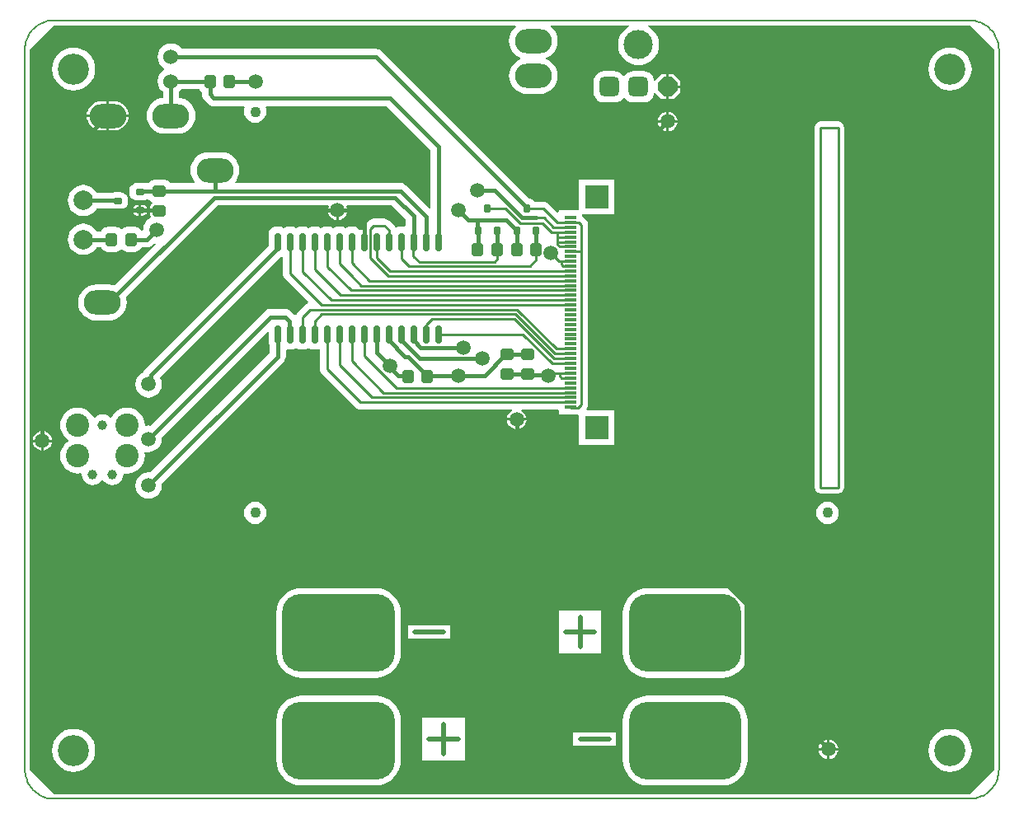
<source format=gbl>
%FSTAX23Y23*%
%MOIN*%
%SFA1B1*%

%IPPOS*%
%AMD14*
4,1,8,0.026600,-0.016200,0.026600,0.016200,0.021200,0.021700,-0.021200,0.021700,-0.026600,0.016200,-0.026600,-0.016200,-0.021200,-0.021700,0.021200,-0.021700,0.026600,-0.016200,0.0*
1,1,0.010827,0.021200,-0.016200*
1,1,0.010827,0.021200,0.016200*
1,1,0.010827,-0.021200,0.016200*
1,1,0.010827,-0.021200,-0.016200*
%
%AMD16*
4,1,8,-0.017700,0.005900,-0.017700,-0.005900,-0.011800,-0.011800,0.011800,-0.011800,0.017700,-0.005900,0.017700,0.005900,0.011800,0.011800,-0.011800,0.011800,-0.017700,0.005900,0.0*
1,1,0.011811,-0.011800,0.005900*
1,1,0.011811,-0.011800,-0.005900*
1,1,0.011811,0.011800,-0.005900*
1,1,0.011811,0.011800,0.005900*
%
%AMD24*
4,1,8,0.020000,0.040000,-0.020000,0.040000,-0.040000,0.020000,-0.040000,-0.020000,-0.020000,-0.040000,0.020000,-0.040000,0.040000,-0.020000,0.040000,0.020000,0.020000,0.040000,0.0*
1,1,0.040000,0.020000,0.020000*
1,1,0.040000,-0.020000,0.020000*
1,1,0.040000,-0.020000,-0.020000*
1,1,0.040000,0.020000,-0.020000*
%
%AMD25*
4,1,8,-0.016500,0.040000,-0.040000,0.016500,-0.040000,-0.016500,-0.016500,-0.040000,0.016500,-0.040000,0.040000,-0.016500,0.040000,0.016500,0.016500,0.040000,-0.016500,0.040000,0.0*
%
%AMD27*
4,1,8,0.078700,0.157500,-0.078700,0.157500,-0.157500,0.078700,-0.157500,-0.078700,-0.078700,-0.157500,0.078700,-0.157500,0.157500,-0.078700,0.157500,0.078700,0.078700,0.157500,0.0*
1,1,0.157480,0.078700,0.078700*
1,1,0.157480,-0.078700,0.078700*
1,1,0.157480,-0.078700,-0.078700*
1,1,0.157480,0.078700,-0.078700*
%
%AMD34*
4,1,8,0.016200,0.026600,-0.016200,0.026600,-0.021700,0.021200,-0.021700,-0.021200,-0.016200,-0.026600,0.016200,-0.026600,0.021700,-0.021200,0.021700,0.021200,0.016200,0.026600,0.0*
1,1,0.010827,0.016200,0.021200*
1,1,0.010827,-0.016200,0.021200*
1,1,0.010827,-0.016200,-0.021200*
1,1,0.010827,0.016200,-0.021200*
%
%AMD35*
4,1,8,0.005900,0.017700,-0.005900,0.017700,-0.011800,0.011800,-0.011800,-0.011800,-0.005900,-0.017700,0.005900,-0.017700,0.011800,-0.011800,0.011800,0.011800,0.005900,0.017700,0.0*
1,1,0.011811,0.005900,0.011800*
1,1,0.011811,-0.005900,0.011800*
1,1,0.011811,-0.005900,-0.011800*
1,1,0.011811,0.005900,-0.011800*
%
%AMD36*
4,1,8,-0.005900,-0.037400,0.005900,-0.037400,0.011800,-0.031500,0.011800,0.031500,0.005900,0.037400,-0.005900,0.037400,-0.011800,0.031500,-0.011800,-0.031500,-0.005900,-0.037400,0.0*
1,1,0.011811,-0.005900,-0.031500*
1,1,0.011811,0.005900,-0.031500*
1,1,0.011811,0.005900,0.031500*
1,1,0.011811,-0.005900,0.031500*
%
%ADD10C,0.005905*%
%ADD13C,0.010000*%
G04~CAMADD=14~8~0.0~0.0~433.1~531.5~54.1~0.0~15~0.0~0.0~0.0~0.0~0~0.0~0.0~0.0~0.0~0~0.0~0.0~0.0~270.0~532.0~434.0*
%ADD14D14*%
%ADD15C,0.078740*%
G04~CAMADD=16~8~0.0~0.0~236.2~354.3~59.1~0.0~15~0.0~0.0~0.0~0.0~0~0.0~0.0~0.0~0.0~0~0.0~0.0~0.0~90.0~354.0~236.0*
%ADD16D16*%
%ADD19C,0.017716*%
%ADD21C,0.009843*%
%ADD23O,0.149606X0.098425*%
G04~CAMADD=24~8~0.0~0.0~800.0~800.0~200.0~0.0~15~0.0~0.0~0.0~0.0~0~0.0~0.0~0.0~0.0~0~0.0~0.0~0.0~0.0~800.0~800.0*
%ADD24D24*%
G04~CAMADD=25~4~0.0~0.0~800.0~800.0~0.0~234.3~0~0.0~0.0~0.0~0.0~0~0.0~0.0~0.0~0.0~0~0.0~0.0~0.0~45.0~800.0~800.0*
%ADD25D25*%
%ADD26C,0.118110*%
G04~CAMADD=27~8~0.0~0.0~3149.6~3149.6~787.4~0.0~15~0.0~0.0~0.0~0.0~0~0.0~0.0~0.0~0.0~0~0.0~0.0~0.0~0.0~3149.6~3149.6*
%ADD27D27*%
%ADD28C,0.043307*%
%ADD29C,0.094488*%
%ADD30C,0.039370*%
%ADD31C,0.125984*%
%ADD32C,0.060000*%
%ADD33C,0.059055*%
G04~CAMADD=34~8~0.0~0.0~433.1~531.5~54.1~0.0~15~0.0~0.0~0.0~0.0~0~0.0~0.0~0.0~0.0~0~0.0~0.0~0.0~0.0~433.1~531.5*
%ADD34D34*%
G04~CAMADD=35~8~0.0~0.0~236.2~354.3~59.1~0.0~15~0.0~0.0~0.0~0.0~0~0.0~0.0~0.0~0.0~0~0.0~0.0~0.0~0.0~236.2~354.3*
%ADD35D35*%
G04~CAMADD=36~8~0.0~0.0~236.2~748.0~59.1~0.0~15~0.0~0.0~0.0~0.0~0~0.0~0.0~0.0~0.0~0~0.0~0.0~0.0~180.0~236.0~748.0*
%ADD36D36*%
%ADD37R,0.047244X0.011811*%
%ADD38R,0.094488X0.094488*%
%ADD39C,0.019685*%
%LNpongboy-1*%
%LPD*%
G36*
X03917Y03031D02*
Y00118D01*
X03818Y00019*
X00118*
X00019Y00118*
Y03031*
X00118Y03129*
X01983*
X01985Y03124*
X01977Y03118*
X01968Y03107*
X01961Y03094*
X01957Y03081*
X01956Y03066*
X01957Y03052*
X01961Y03038*
X01968Y03026*
X01977Y03015*
X01988Y03006*
X02001Y02999*
X02003Y02998*
Y02993*
X02001Y02992*
X01988Y02986*
X01977Y02976*
X01968Y02965*
X01961Y02953*
X01957Y02939*
X01956Y02925*
X01957Y0291*
X01961Y02897*
X01968Y02884*
X01977Y02873*
X01988Y02864*
X02001Y02857*
X02015Y02853*
X02029Y02852*
X0208*
X02094Y02853*
X02108Y02857*
X02121Y02864*
X02132Y02873*
X02141Y02884*
X02148Y02897*
X02152Y0291*
X02153Y02925*
X02152Y02939*
X02148Y02953*
X02141Y02965*
X02132Y02976*
X02121Y02986*
X02108Y02992*
X02106Y02993*
Y02998*
X02108Y02999*
X02121Y03006*
X02132Y03015*
X02141Y03026*
X02148Y03038*
X02152Y03052*
X02153Y03066*
X02152Y03081*
X02148Y03094*
X02141Y03107*
X02132Y03118*
X02124Y03124*
X02126Y03129*
X02441*
X02442Y03124*
X02434Y0312*
X02421Y03109*
X02411Y03097*
X02403Y03082*
X02398Y03067*
X02397Y03051*
X02398Y03034*
X02403Y03019*
X02411Y03005*
X02421Y02992*
X02434Y02982*
X02448Y02974*
X02464Y02969*
X0248Y02968*
X02496Y02969*
X02512Y02974*
X02526Y02982*
X02539Y02992*
X02549Y03005*
X02557Y03019*
X02561Y03034*
X02563Y03051*
X02561Y03067*
X02557Y03082*
X02549Y03097*
X02539Y03109*
X02526Y0312*
X02517Y03124*
X02518Y03129*
X03818*
X03917Y03031*
G37*
%LNpongboy-2*%
%LPC*%
G36*
X025Y02945D02*
X0246D01*
X02448Y02943*
X02438Y02939*
X02429Y02932*
X02424Y02925*
X02418*
X02413Y02932*
X02404Y02939*
X02393Y02943*
X02382Y02945*
X02342*
X0233Y02943*
X0232Y02939*
X02311Y02932*
X02304Y02923*
X02299Y02912*
X02298Y02901*
Y02861*
X02299Y02849*
X02304Y02839*
X02311Y02829*
X0232Y02823*
X0233Y02818*
X02342Y02817*
X02382*
X02393Y02818*
X02404Y02823*
X02413Y02829*
X02418Y02836*
X02424*
X02429Y02829*
X02438Y02823*
X02448Y02818*
X0246Y02817*
X025*
X02511Y02818*
X02522Y02823*
X02531Y02829*
X02538Y02839*
X02542Y02849*
X02543Y02856*
X02548Y02856*
X02573Y02831*
X02593*
Y02881*
Y0293*
X02573*
X02548Y02906*
X02543Y02906*
X02542Y02912*
X02538Y02923*
X02531Y02932*
X02522Y02939*
X02511Y02943*
X025Y02945*
G37*
G36*
X02623Y0293D02*
X02603D01*
Y02886*
X02648*
Y02906*
X02623Y0293*
G37*
G36*
X0374Y03039D02*
X03723Y03038D01*
X03706Y03033*
X03691Y03025*
X03678Y03014*
X03667Y03001*
X03659Y02986*
X03654Y02969*
X03653Y02952*
X03654Y02935*
X03659Y02919*
X03667Y02904*
X03678Y02891*
X03691Y0288*
X03706Y02872*
X03723Y02867*
X0374Y02865*
X03757Y02867*
X03773Y02872*
X03788Y0288*
X03801Y02891*
X03812Y02904*
X0382Y02919*
X03825Y02935*
X03827Y02952*
X03825Y02969*
X0382Y02986*
X03812Y03001*
X03801Y03014*
X03788Y03025*
X03773Y03033*
X03757Y03038*
X0374Y03039*
G37*
G36*
X00196D02*
X00179Y03038D01*
X00163Y03033*
X00148Y03025*
X00135Y03014*
X00124Y03001*
X00116Y02986*
X00111Y02969*
X00109Y02952*
X00111Y02935*
X00116Y02919*
X00124Y02904*
X00135Y02891*
X00148Y0288*
X00163Y02872*
X00179Y02867*
X00196Y02865*
X00213Y02867*
X0023Y02872*
X00245Y0288*
X00258Y02891*
X00269Y02904*
X00277Y02919*
X00282Y02935*
X00283Y02952*
X00282Y02969*
X00277Y02986*
X00269Y03001*
X00258Y03014*
X00245Y03025*
X0023Y03033*
X00213Y03038*
X00196Y03039*
G37*
G36*
X02648Y02876D02*
X02603D01*
Y02831*
X02623*
X02648Y02856*
Y02876*
G37*
G36*
X0036Y02822D02*
X00339D01*
Y02768*
X00419*
X00418Y02775*
X00415Y02786*
X00409Y02796*
X00402Y02805*
X00393Y02812*
X00382Y02818*
X00371Y02821*
X0036Y02822*
G37*
G36*
X00329D02*
X00309D01*
X00297Y02821*
X00286Y02818*
X00276Y02812*
X00267Y02805*
X00259Y02796*
X00254Y02786*
X0025Y02775*
X0025Y02768*
X00329*
Y02822*
G37*
G36*
X02603Y02779D02*
Y02745D01*
X02637*
X02636Y0275*
X02632Y0276*
X02626Y02768*
X02618Y02774*
X02608Y02778*
X02603Y02779*
G37*
G36*
X02593D02*
X02588Y02778D01*
X02578Y02774*
X0257Y02768*
X02564Y0276*
X0256Y0275*
X02559Y02745*
X02593*
Y02779*
G37*
G36*
X00419Y02758D02*
X00339D01*
Y02704*
X0036*
X00371Y02705*
X00382Y02708*
X00393Y02714*
X00402Y02721*
X00409Y0273*
X00415Y0274*
X00418Y02752*
X00419Y02758*
G37*
G36*
X00329D02*
X0025D01*
X0025Y02752*
X00254Y0274*
X00259Y0273*
X00267Y02721*
X00276Y02714*
X00286Y02708*
X00297Y02705*
X00309Y02704*
X00329*
Y02758*
G37*
G36*
X02637Y02735D02*
X02603D01*
Y02701*
X02608Y02701*
X02618Y02705*
X02626Y02712*
X02632Y0272*
X02636Y02729*
X02637Y02735*
G37*
G36*
X02593D02*
X02559D01*
X0256Y02729*
X02564Y0272*
X0257Y02712*
X02578Y02705*
X02588Y02701*
X02593Y02701*
Y02735*
G37*
G36*
X0059Y03056D02*
X00576Y03054D01*
X00563Y03048*
X00552Y0304*
X00543Y03029*
X00538Y03015*
X00536Y03001*
X00538Y02987*
X00543Y02974*
X00552Y02963*
X00562Y02955*
X00563Y02952*
X00562Y02949*
X00552Y02941*
X00543Y0293*
X00538Y02917*
X00536Y02903*
X00538Y02889*
X00543Y02876*
X00552Y02865*
X00557Y02861*
Y02836*
X0055Y02835*
X00536Y02831*
X00524Y02824*
X00513Y02815*
X00504Y02804*
X00497Y02791*
X00493Y02778*
X00491Y02763*
X00493Y02749*
X00497Y02735*
X00504Y02723*
X00513Y02712*
X00524Y02702*
X00536Y02696*
X0055Y02692*
X00564Y0269*
X00616*
X0063Y02692*
X00644Y02696*
X00656Y02702*
X00667Y02712*
X00676Y02723*
X00683Y02735*
X00687Y02749*
X00689Y02763*
X00687Y02778*
X00683Y02791*
X00676Y02804*
X00667Y02815*
X00656Y02824*
X00644Y02831*
X0063Y02835*
X00623Y02836*
Y02861*
X00628Y02865*
X00633Y0287*
X00705*
X00706Y02867*
X00711Y02861*
X00715Y02858*
Y0285*
X00716Y02841*
X00719Y02834*
X00724Y02827*
X0074Y02811*
X00747Y02806*
X00755Y02803*
X00763Y02801*
X00886*
X00889Y02797*
X00886Y02791*
X00885Y02779*
X00886Y02768*
X00891Y02757*
X00898Y02747*
X00908Y0274*
X00919Y02735*
X00931Y02734*
X00942Y02735*
X00953Y0274*
X00963Y02747*
X0097Y02757*
X00975Y02768*
X00976Y02779*
X00975Y02791*
X00972Y02797*
X00975Y02801*
X0146*
X01638Y02624*
Y02389*
X01634Y02388*
X0154Y02481*
X01533Y02487*
X01525Y0249*
X01517Y02491*
X00851*
X00849Y02496*
X00854Y02502*
X0086Y02515*
X00865Y02529*
X00866Y02543*
X00865Y02557*
X0086Y02571*
X00854Y02583*
X00845Y02595*
X00833Y02604*
X00821Y0261*
X00807Y02615*
X00793Y02616*
X00742*
X00727Y02615*
X00714Y0261*
X00701Y02604*
X0069Y02595*
X00681Y02583*
X00674Y02571*
X0067Y02557*
X00668Y02543*
X0067Y02529*
X00674Y02515*
X00681Y02502*
X00686Y02496*
X00684Y02491*
X00588*
X00585Y02495*
X00579Y025*
X00572Y02503*
X00564Y02504*
X00522*
X00514Y02503*
X00507Y025*
X00501Y02495*
X00497Y0249*
X00486*
X00484Y02491*
X00476Y02492*
X00452*
X00445Y02491*
X00437Y02488*
X00431Y02483*
X00426Y02477*
X00423Y0247*
X00422Y02462*
Y0245*
X00423Y02443*
X00426Y02435*
X00431Y02429*
X00437Y02424*
X00445Y02422*
X00452Y02421*
X00476*
X00484Y02422*
X00491Y02424*
X00498*
X00501Y02421*
X00507Y02417*
X00513Y02414*
X00514Y0241*
X00514Y02409*
X00511Y02407*
X00507Y02402*
X00506Y02396*
Y02384*
X00543*
Y02375*
X00506*
Y02363*
X00507Y02357*
X00508Y02356*
X00506Y0235*
X00504Y02349*
X00493Y02341*
X00485Y02329*
X00479Y02317*
X00477Y02303*
X00473Y02299*
X00472Y02299*
X0047Y023*
X00466Y02305*
X0046Y0231*
X00452Y02313*
X00445Y02314*
X00412*
X00405Y02313*
X00398Y0231*
X00393Y02306*
X00389Y02305*
X00386Y02306*
X00381Y0231*
X00374Y02313*
X00366Y02314*
X00334*
X00326Y02313*
X00319Y0231*
X00313Y02305*
X00308Y02299*
X00307Y02296*
X0029*
X00288Y02298*
X0028Y02308*
X00271Y02316*
X0026Y02322*
X00248Y02325*
X00236Y02327*
X00223Y02325*
X00211Y02322*
X00201Y02316*
X00191Y02308*
X00183Y02298*
X00177Y02288*
X00174Y02276*
X00172Y02263*
X00174Y02251*
X00177Y02239*
X00183Y02228*
X00191Y02219*
X00201Y02211*
X00211Y02205*
X00223Y02201*
X00236Y022*
X00248Y02201*
X0026Y02205*
X00271Y02211*
X0028Y02219*
X00288Y02228*
X0029Y02231*
X00307*
X00308Y02227*
X00313Y02221*
X00319Y02217*
X00326Y02214*
X00334Y02213*
X00366*
X00374Y02214*
X00381Y02217*
X00386Y02221*
X00389Y02221*
X00393Y02221*
X00398Y02217*
X00405Y02214*
X00412Y02213*
X00445*
X00452Y02214*
X0046Y02217*
X00466Y02221*
X0047Y02227*
X00471Y02231*
X00491*
X005Y02232*
X00507Y02235*
X00514Y0224*
X00523Y02249*
X00526Y02248*
X00528Y02243*
X00362Y02077*
X00353Y02079*
X00339Y02081*
X00287*
X00273Y02079*
X00259Y02075*
X00247Y02068*
X00236Y02059*
X00227Y02048*
X0022Y02035*
X00216Y02022*
X00214Y02007*
X00216Y01993*
X0022Y01979*
X00227Y01967*
X00236Y01956*
X00247Y01947*
X00259Y0194*
X00273Y01936*
X00287Y01934*
X00339*
X00353Y01936*
X00367Y0194*
X00379Y01947*
X0039Y01956*
X004Y01967*
X00406Y01979*
X0041Y01993*
X00412Y02007*
X0041Y02022*
X00408Y0203*
X00777Y024*
X01224*
X01227Y02396*
X01225Y02392*
X01224Y02386*
X01302*
X01302Y02392*
X013Y02396*
X01303Y024*
X01483*
X01538Y02344*
Y02317*
X01533Y02314*
X01527Y02315*
X01515*
X01507Y02314*
X015Y02311*
X01497Y02312*
X01496Y02315*
X01491Y02321*
X01473Y02339*
X01467Y02343*
X0146Y02346*
X01453Y02347*
X01409*
X01401Y02346*
X01395Y02343*
X01389Y02339*
X01376Y02326*
X01371Y0232*
X01369Y02313*
X01368Y02306*
Y02301*
X01365*
X01359Y023*
X01357Y02299*
X01353Y023*
X01348Y02306*
X01342Y02311*
X01335Y02314*
X01327Y02315*
X01315*
X01307Y02314*
X013Y02311*
X01296Y02308*
X01292Y02311*
X01285Y02314*
X01277Y02315*
X01265*
X01257Y02314*
X0125Y02311*
X01246Y02308*
X01242Y02311*
X01235Y02314*
X01227Y02315*
X01215*
X01207Y02314*
X012Y02311*
X01196Y02308*
X01192Y02311*
X01185Y02314*
X01177Y02315*
X01165*
X01157Y02314*
X0115Y02311*
X01146Y02308*
X01142Y02311*
X01135Y02314*
X01127Y02315*
X01115*
X01107Y02314*
X011Y02311*
X01096Y02308*
X01092Y02311*
X01085Y02314*
X01077Y02315*
X01065*
X01057Y02314*
X0105Y02311*
X01046Y02308*
X01042Y02311*
X01035Y02314*
X01027Y02315*
X01015*
X01007Y02314*
X01Y02311*
X00994Y02306*
X00989Y023*
X00986Y02293*
X00985Y02285*
Y02238*
X00484Y01737*
X00479Y01731*
X00477Y01725*
X00473Y01723*
X00462Y01715*
X00453Y01703*
X00448Y01691*
X00446Y01677*
X00448Y01663*
X00453Y0165*
X00462Y01639*
X00473Y0163*
X00486Y01625*
X005Y01623*
X00513Y01625*
X00526Y0163*
X00537Y01639*
X00546Y0165*
X00551Y01663*
X00553Y01677*
X00551Y01691*
X00546Y01703*
X00545Y01705*
X01032Y02193*
X01035Y02193*
X01037Y02194*
X01042Y02191*
Y02125*
X01043Y02118*
X01046Y02111*
X01051Y02105*
X01145Y0201*
X01145Y0201*
X01143Y02005*
X01137Y02003*
X01131Y01998*
X01101Y01969*
X01097Y01963*
X01095Y01958*
X0109Y01956*
X01089Y01957*
X01074Y01971*
X01067Y01977*
X01059Y0198*
X01051Y01981*
X00992*
X00983Y0198*
X00975Y01977*
X00968Y01971*
X00506Y01509*
X005Y0151*
X00489Y01508*
X00486Y01511*
X00484Y01512*
X00484Y01513*
X00483Y01526*
X00479Y01539*
X00472Y01551*
X00463Y01562*
X00453Y01571*
X0044Y01577*
X00427Y01582*
X00413Y01583*
X00399Y01582*
X00386Y01577*
X00374Y01571*
X00363Y01562*
X00354Y01551*
X0035Y01543*
X00344Y01543*
X00344Y01543*
X00335Y0155*
X00324Y01554*
X00313Y01555*
X00302Y01554*
X00291Y0155*
X00282Y01543*
X00282Y01543*
X00277Y01543*
X00272Y01551*
X00263Y01562*
X00253Y01571*
X0024Y01577*
X00227Y01582*
X00213Y01583*
X00199Y01582*
X00186Y01577*
X00174Y01571*
X00163Y01562*
X00154Y01551*
X00147Y01539*
X00143Y01526*
X00142Y01512*
X00143Y01498*
X00147Y01484*
X00154Y01472*
X00163Y01461*
X00174Y01452*
X00175Y01452*
Y01447*
X00174Y01446*
X00163Y01437*
X00154Y01426*
X00147Y01414*
X00143Y01401*
X00142Y01387*
X00143Y01373*
X00147Y01359*
X00154Y01347*
X00163Y01336*
X00174Y01327*
X00186Y01321*
X00199Y01317*
X00213Y01315*
X00225Y01317*
X0023Y01313*
X00229Y01312*
X00231Y013*
X00235Y0129*
X00242Y01281*
X00251Y01274*
X00262Y0127*
X00273Y01268*
X00284Y0127*
X00295Y01274*
X00304Y01281*
X0031Y01289*
X00313Y01289*
X00313*
X00316Y01289*
X00322Y01281*
X00331Y01274*
X00342Y0127*
X00353Y01268*
X00364Y0127*
X00375Y01274*
X00384Y01281*
X00391Y0129*
X00395Y013*
X00397Y01312*
X00397Y01313*
X00401Y01317*
X00413Y01315*
X00427Y01317*
X0044Y01321*
X00453Y01327*
X00463Y01336*
X00472Y01347*
X00479Y01359*
X00483Y01373*
X00484Y01387*
X00483Y014*
X00484Y01401*
X00487Y01404*
X005Y01403*
X00513Y01404*
X00526Y0141*
X00537Y01418*
X00546Y01429*
X00551Y01442*
X00553Y01456*
X00552Y01463*
X00981Y01891*
X00985Y01889*
Y01848*
X00986Y0184*
X00988Y01836*
Y01802*
X00506Y0132*
X005Y01321*
X00486Y01319*
X00473Y01314*
X00462Y01305*
X00453Y01294*
X00448Y01281*
X00446Y01267*
X00448Y01253*
X00453Y0124*
X00462Y01229*
X00473Y01221*
X00486Y01215*
X005Y01214*
X00513Y01215*
X00526Y01221*
X00537Y01229*
X00546Y0124*
X00551Y01253*
X00553Y01267*
X00552Y01274*
X01044Y01766*
X01049Y01772*
X01053Y0178*
X01054Y01789*
Y01816*
X01059Y01819*
X01065Y01818*
X01077*
X01085Y01819*
X01092Y01822*
X01096Y01825*
X011Y01822*
X01107Y01819*
X01115Y01818*
X01127*
X01135Y01819*
X01142Y01822*
X01146Y01825*
X0115Y01822*
X01157Y01819*
X01165Y01818*
X01177*
X01185Y01819*
X01187Y0182*
X01192Y01817*
Y01739*
X01193Y01731*
X01196Y01724*
X01201Y01718*
X01335Y01583*
X01341Y01579*
X01348Y01576*
X01356Y01575*
X01969*
X0197Y0157*
X01968Y01569*
X0196Y01563*
X01953Y01555*
X01949Y01545*
X01949Y0154*
X02027*
X02026Y01545*
X02022Y01555*
X02016Y01563*
X02008Y01569*
X02006Y0157*
X02007Y01575*
X02152*
X02157Y0157*
Y01555*
X022*
X02204Y01554*
X02234*
X02234*
X02235Y01554*
X0224Y0155*
Y01431*
X02381*
Y01572*
X02271*
X02269Y01577*
X02272Y01582*
X02275Y01589*
X02276Y01596*
X02276*
Y02216*
X02276*
X02276*
Y02322*
X02276*
X02275Y0233*
X02272Y02337*
X02268Y02343*
X02258Y02353*
X02252Y02357*
X02251Y02357*
Y02364*
X02381*
Y02506*
X0224*
Y02381*
X02157*
Y02374*
X02152Y02372*
X02116Y02408*
X0211Y02412*
X02103Y02415*
X02096Y02416*
Y02416*
X02057*
X02054Y0242*
X02048Y02425*
X02041Y02428*
X02038Y02428*
X01442Y03025*
X01435Y0303*
X01427Y03033*
X01419Y03034*
X00633*
X00628Y0304*
X00617Y03048*
X00604Y03054*
X0059Y03056*
G37*
G36*
X00476Y02403D02*
X00469D01*
Y02386*
X00492*
Y02387*
X00491Y02393*
X00487Y02399*
X00482Y02402*
X00476Y02403*
G37*
G36*
X00459D02*
X00452D01*
X00446Y02402*
X00441Y02399*
X00437Y02393*
X00436Y02387*
Y02386*
X00459*
Y02403*
G37*
G36*
X00236Y02484D02*
X00223Y02483D01*
X00211Y02479*
X00201Y02473*
X00191Y02466*
X00183Y02456*
X00177Y02445*
X00174Y02433*
X00172Y02421*
X00174Y02408*
X00177Y02397*
X00183Y02386*
X00191Y02376*
X00201Y02368*
X00211Y02362*
X00223Y02359*
X00236Y02357*
X00248Y02359*
X0026Y02362*
X00271Y02368*
X0028Y02376*
X00288Y02386*
X00289Y02387*
X00347*
X00354Y02384*
X00362Y02383*
X00385*
X00393Y02384*
X004Y02387*
X00406Y02392*
X00411Y02398*
X00414Y02405*
X00415Y02413*
Y02425*
X00414Y02432*
X00411Y0244*
X00406Y02446*
X004Y0245*
X00393Y02453*
X00385Y02454*
X00362*
X00354Y02453*
X00352Y02453*
X0029*
X00288Y02456*
X0028Y02466*
X00271Y02473*
X0026Y02479*
X00248Y02483*
X00236Y02484*
G37*
G36*
X00492Y02376D02*
X00469D01*
Y02359*
X00476*
X00482Y02361*
X00487Y02364*
X00491Y02369*
X00492Y02375*
Y02376*
G37*
G36*
X00459D02*
X00436D01*
Y02375*
X00437Y02369*
X00441Y02364*
X00446Y02361*
X00452Y02359*
X00459*
Y02376*
G37*
G36*
X01302D02*
X01268D01*
Y02342*
X01274Y02343*
X01283Y02347*
X01291Y02353*
X01298Y02362*
X01302Y02371*
X01302Y02376*
G37*
G36*
X01258D02*
X01224D01*
X01225Y02371*
X01229Y02362*
X01235Y02353*
X01243Y02347*
X01253Y02343*
X01258Y02342*
Y02376*
G37*
G36*
X02027Y0153D02*
X01993D01*
Y01496*
X01998Y01497*
X02008Y01501*
X02016Y01507*
X02022Y01515*
X02026Y01525*
X02027Y0153*
G37*
G36*
X01983D02*
X01949D01*
X01949Y01525*
X01953Y01515*
X0196Y01507*
X01968Y01501*
X01977Y01497*
X01983Y01496*
Y0153*
G37*
G36*
X00075Y01487D02*
Y01453D01*
X00109*
X00109Y01459*
X00105Y01468*
X00098Y01476*
X0009Y01483*
X00081Y01487*
X00075Y01487*
G37*
G36*
X00065D02*
X0006Y01487D01*
X00051Y01483*
X00042Y01476*
X00036Y01468*
X00032Y01459*
X00031Y01453*
X00065*
Y01487*
G37*
G36*
X00109Y01443D02*
X00075D01*
Y01409*
X00081Y0141*
X0009Y01414*
X00098Y0142*
X00105Y01428*
X00109Y01438*
X00109Y01443*
G37*
G36*
X00065D02*
X00031D01*
X00032Y01438*
X00036Y01428*
X00042Y0142*
X00051Y01414*
X0006Y0141*
X00065Y01409*
Y01443*
G37*
G36*
X03287Y0274D02*
X03216D01*
X03207Y02738*
X03199Y02733*
X03194Y02725*
X03192Y02716*
Y01259*
X03194Y0125*
X03199Y01242*
X03207Y01237*
X03216Y01235*
X03287*
X03296Y01237*
X03304Y01242*
X03309Y0125*
X03311Y01259*
X03311*
Y02716*
X03309Y02725*
X03304Y02733*
X03296Y02738*
X03287Y0274*
G37*
G36*
X03244Y01202D02*
X03232Y01201D01*
X03221Y01196*
X03212Y01189*
X03204Y01179*
X032Y01168*
X03198Y01157*
X032Y01145*
X03204Y01134*
X03212Y01124*
X03221Y01117*
X03232Y01112*
X03244Y01111*
X03256Y01112*
X03267Y01117*
X03276Y01124*
X03284Y01134*
X03288Y01145*
X0329Y01157*
X03288Y01168*
X03284Y01179*
X03276Y01189*
X03267Y01196*
X03256Y01201*
X03244Y01202*
G37*
G36*
X00931D02*
X00919Y01201D01*
X00908Y01196*
X00898Y01189*
X00891Y01179*
X00886Y01168*
X00885Y01157*
X00886Y01145*
X00891Y01134*
X00898Y01124*
X00908Y01117*
X00919Y01112*
X00931Y01111*
X00942Y01112*
X00953Y01117*
X00963Y01124*
X0097Y01134*
X00975Y01145*
X00976Y01157*
X00975Y01168*
X0097Y01179*
X00963Y01189*
X00953Y01196*
X00942Y01201*
X00931Y01202*
G37*
G36*
X0172Y00702D02*
X01547D01*
Y00647*
X0172*
Y00702*
G37*
G36*
X0233Y00761D02*
X02157D01*
Y00588*
X0233*
Y00761*
G37*
G36*
X02818Y00852D02*
X02519D01*
X02499Y0085*
X0248Y00845*
X02462Y00835*
X02446Y00822*
X02434Y00807*
X02424Y00789*
X02418Y0077*
X02416Y0075*
Y00592*
X02418Y00572*
X02424Y00553*
X02434Y00535*
X02446Y00519*
X02462Y00507*
X0248Y00497*
X02499Y00491*
X02519Y00489*
X02818*
X02838Y00491*
X02858Y00497*
X02876Y00507*
X02891Y00519*
X02904Y00535*
X02913Y00553*
X02919Y00572*
X02921Y00592*
Y0075*
X02919Y0077*
X02913Y00789*
X02904Y00807*
X02891Y00822*
X02876Y00835*
X02858Y00845*
X02838Y0085*
X02818Y00852*
G37*
G36*
X01417D02*
X01118D01*
X01098Y0085*
X01078Y00845*
X0106Y00835*
X01045Y00822*
X01032Y00807*
X01023Y00789*
X01017Y0077*
X01015Y0075*
Y00592*
X01017Y00572*
X01023Y00553*
X01032Y00535*
X01045Y00519*
X0106Y00507*
X01078Y00497*
X01098Y00491*
X01118Y00489*
X01417*
X01437Y00491*
X01456Y00497*
X01474Y00507*
X0149Y00519*
X01502Y00535*
X01512Y00553*
X01518Y00572*
X0152Y00592*
Y0075*
X01518Y0077*
X01512Y00789*
X01502Y00807*
X0149Y00822*
X01474Y00835*
X01456Y00845*
X01437Y0085*
X01417Y00852*
G37*
G36*
X02389Y00269D02*
X02216D01*
Y00214*
X02389*
Y00269*
G37*
G36*
X03252Y00239D02*
Y00205D01*
X03287*
X03286Y00211*
X03282Y0022*
X03276Y00228*
X03267Y00235*
X03258Y00239*
X03252Y00239*
G37*
G36*
X03243D02*
X03237Y00239D01*
X03228Y00235*
X03219Y00228*
X03213Y0022*
X03209Y00211*
X03208Y00205*
X03243*
Y00239*
G37*
G36*
X03287Y00195D02*
X03252D01*
Y00161*
X03258Y00162*
X03267Y00166*
X03276Y00172*
X03282Y0018*
X03286Y0019*
X03287Y00195*
G37*
G36*
X03243D02*
X03208D01*
X03209Y0019*
X03213Y0018*
X03219Y00172*
X03228Y00166*
X03237Y00162*
X03243Y00161*
Y00195*
G37*
G36*
X01779Y00328D02*
X01606D01*
Y00155*
X01779*
Y00328*
G37*
G36*
X00196Y00283D02*
X00179Y00282D01*
X00163Y00277*
X00148Y00269*
X00135Y00258*
X00124Y00245*
X00116Y0023*
X00111Y00213*
X00109Y00196*
X00111Y00179*
X00116Y00163*
X00124Y00148*
X00135Y00135*
X00148Y00124*
X00163Y00116*
X00179Y00111*
X00196Y00109*
X00213Y00111*
X0023Y00116*
X00245Y00124*
X00258Y00135*
X00269Y00148*
X00277Y00163*
X00282Y00179*
X00283Y00196*
X00282Y00213*
X00277Y0023*
X00269Y00245*
X00258Y00258*
X00245Y00269*
X0023Y00277*
X00213Y00282*
X00196Y00283*
G37*
G36*
X0374D02*
X03723Y00282D01*
X03706Y00277*
X03691Y00269*
X03678Y00258*
X03667Y00245*
X03659Y0023*
X03654Y00213*
X03653Y00196*
X03654Y00179*
X03659Y00163*
X03667Y00148*
X03678Y00135*
X03691Y00124*
X03706Y00116*
X03723Y00111*
X0374Y00109*
X03757Y00111*
X03773Y00116*
X03788Y00124*
X03801Y00135*
X03812Y00148*
X0382Y00163*
X03825Y00179*
X03827Y00196*
X03825Y00213*
X0382Y0023*
X03812Y00245*
X03801Y00258*
X03788Y00269*
X03773Y00277*
X03757Y00282*
X0374Y00283*
G37*
G36*
X02818Y00417D02*
X02519D01*
X02499Y00415*
X0248Y00409*
X02462Y004*
X02446Y00387*
X02434Y00372*
X02424Y00354*
X02418Y00335*
X02416Y00314*
Y00157*
X02418Y00137*
X02424Y00118*
X02434Y001*
X02446Y00084*
X02462Y00071*
X0248Y00062*
X02499Y00056*
X02519Y00054*
X02818*
X02838Y00056*
X02858Y00062*
X02876Y00071*
X02891Y00084*
X02904Y001*
X02913Y00118*
X02919Y00137*
X02921Y00157*
Y00314*
X02919Y00335*
X02913Y00354*
X02904Y00372*
X02891Y00387*
X02876Y004*
X02858Y00409*
X02838Y00415*
X02818Y00417*
G37*
G36*
X01417D02*
X01118D01*
X01098Y00415*
X01078Y00409*
X0106Y004*
X01045Y00387*
X01032Y00372*
X01023Y00354*
X01017Y00335*
X01015Y00314*
Y00157*
X01017Y00137*
X01023Y00118*
X01032Y001*
X01045Y00084*
X0106Y00071*
X01078Y00062*
X01098Y00056*
X01118Y00054*
X01417*
X01437Y00056*
X01456Y00062*
X01474Y00071*
X0149Y00084*
X01502Y001*
X01512Y00118*
X01518Y00137*
X0152Y00157*
Y00314*
X01518Y00335*
X01512Y00354*
X01502Y00372*
X0149Y00387*
X01474Y004*
X01456Y00409*
X01437Y00415*
X01417Y00417*
G37*
%LNpongboy-3*%
%LPD*%
G54D10*
X0Y00118D02*
D01*
X0Y00109*
X00001Y00101*
X00002Y00093*
X00004Y00085*
X00007Y00077*
X0001Y0007*
X00013Y00062*
X00017Y00055*
X00022Y00048*
X00027Y00042*
X00033Y00036*
X00039Y0003*
X00045Y00025*
X00052Y0002*
X00059Y00015*
X00066Y00011*
X00073Y00008*
X00081Y00005*
X00089Y00003*
X00097Y00001*
X00105Y0*
X00113Y0*
X00118Y0*
X03819D02*
D01*
X03827Y0*
X03835Y00001*
X03843Y00002*
X03851Y00004*
X03859Y00007*
X03867Y0001*
X03874Y00013*
X03881Y00017*
X03888Y00022*
X03894Y00027*
X039Y00033*
X03906Y00039*
X03912Y00045*
X03916Y00051*
X03921Y00058*
X03925Y00066*
X03928Y00073*
X03931Y00081*
X03933Y00089*
X03935Y00097*
X03936Y00105*
X03936Y00113*
X03937Y00117*
Y03031D02*
D01*
X03936Y03039*
X03935Y03047*
X03934Y03056*
X03932Y03064*
X03929Y03071*
X03926Y03079*
X03923Y03086*
X03919Y03094*
X03914Y031*
X03909Y03107*
X03903Y03113*
X03897Y03119*
X03891Y03124*
X03884Y03129*
X03877Y03133*
X0387Y03137*
X03863Y03141*
X03855Y03143*
X03847Y03146*
X03839Y03147*
X03831Y03148*
X03823Y03149*
X03818Y03149*
X00118D02*
D01*
X00109Y03149*
X00101Y03148*
X00093Y03147*
X00085Y03145*
X00077Y03142*
X0007Y03139*
X00062Y03135*
X00055Y03131*
X00048Y03127*
X00042Y03121*
X00036Y03116*
X0003Y0311*
X00025Y03104*
X0002Y03097*
X00015Y0309*
X00011Y03083*
X00008Y03075*
X00005Y03067*
X00003Y0306*
X00001Y03052*
X0Y03043*
X0Y03035*
X0Y03031*
X00118Y0D02*
X03819D01*
X03937Y00117D02*
Y03031D01*
X00118Y03149D02*
X03818D01*
X0Y00118D02*
Y03031D01*
G54D13*
X03216Y02716D02*
Y01259D01*
X03287*
Y02716D02*
Y01259D01*
X03216Y02716D02*
X03287D01*
G54D14*
X00543Y02379D03*
Y02458D03*
X01948Y01718D03*
Y01797D03*
X02031Y01718D03*
Y01797D03*
G54D15*
X00236Y02421D03*
Y02263D03*
G54D16*
X00464Y02456D03*
Y02381D03*
X00374Y02419D03*
G54D19*
X0007Y02224D02*
Y02499D01*
Y01846D02*
Y02224D01*
Y01448D02*
Y01846D01*
Y02499D02*
X00293Y02722D01*
Y02726*
X0033Y02763*
X00334*
X02065Y02221D02*
Y02296D01*
X02111Y01716D02*
X02114Y01713D01*
X02034Y01716D02*
X02111D01*
X02031Y01718D02*
X02034Y01716D01*
X0248Y01138D02*
X02565D01*
X02109D02*
X0248D01*
Y02622*
X02598Y0274*
X00826Y02903D02*
X00933D01*
X00763Y02834D02*
X00885D01*
X00748Y0285D02*
X00763Y02834D01*
X00748Y0285D02*
Y02903D01*
X0059D02*
X00748D01*
X0059Y02763D02*
Y02903D01*
X005Y01842D02*
X01039Y02381D01*
X01263*
X00074Y01842D02*
X005D01*
X01371Y02253D02*
Y02337D01*
X01326Y02381D02*
X01371Y02337D01*
X01263Y02381D02*
X01326D01*
X01791Y02342D02*
X0183D01*
X01752Y02381D02*
X01791Y02342D01*
X01751Y02381D02*
X01752D01*
X01595Y0178D02*
X01847D01*
X0177Y01825D02*
X01771Y01826D01*
X016Y01825D02*
X0177D01*
X01521Y01854D02*
X01595Y0178D01*
X01847D02*
X0185Y01783D01*
X01859Y01712D02*
X01943Y01797D01*
X01908Y02221D02*
Y02296D01*
X0201Y0235D02*
X02064D01*
X019Y0246D02*
X0201Y0235D01*
X01988Y01259D02*
Y01535D01*
Y01259D02*
X02109Y01138D01*
X02565D02*
X02914Y00789D01*
Y00534D02*
Y00789D01*
Y00534D02*
X03248Y002D01*
X0007Y01846D02*
X00074Y01842D01*
X00196Y0235D02*
X00312D01*
X00343Y02381*
X00464*
X0007Y02224D02*
X00196Y0235D01*
X0053Y02303D02*
X00531D01*
X00491Y02263D02*
X0053Y02303D01*
X00429Y02263D02*
X00491D01*
X00339Y02007D02*
X00764Y02433D01*
X01496*
X00313Y02007D02*
X00339D01*
X00543Y02458D02*
X00767D01*
X00542Y02457D02*
X00543Y02458D01*
X00236Y02421D02*
X00237Y0242D01*
X00373*
X00374Y02419*
X01571Y02253D02*
Y02358D01*
X0157Y02253D02*
X01571Y02253D01*
X01496Y02433D02*
X01571Y02358D01*
X01621Y02253D02*
Y02354D01*
X00767Y02458D02*
X01517D01*
X01621Y02354*
X00767Y02458D02*
Y02543D01*
X00236Y02263D02*
X0035D01*
X00464Y02456D02*
X00465Y02457D01*
X00542*
X00464Y02381D02*
X00465Y0238D01*
X00542*
X00543Y02379*
X02064Y02297D02*
X02065Y02296D01*
X01907Y02297D02*
X01908Y02296D01*
X01988Y0222D02*
Y02295D01*
X0199Y02297*
X0183Y0222D02*
X01831Y02221D01*
Y02296*
X01832Y02297*
X01021Y01789D02*
Y01879D01*
X005Y01267D02*
X01021Y01789D01*
X005Y01456D02*
X00992Y01948D01*
X01051D02*
X01068Y01931D01*
Y01882D02*
Y01931D01*
Y01882D02*
X01071Y01879D01*
X00992Y01948D02*
X01051D01*
X005Y01677D02*
X00507Y01685D01*
Y01714*
X01021Y02228*
Y02253*
X01671D02*
Y02637D01*
X01474Y02834D02*
X01671Y02637D01*
X01419Y03001D02*
X02027Y02393D01*
X0059Y03001D02*
X01419D01*
X0183Y0246D02*
X019D01*
X01944Y02342D02*
X01981Y02306D01*
X0183Y02342D02*
X01944D01*
X00885Y02834D02*
X01474D01*
X00826Y02903D02*
X00827Y02902D01*
X02027Y02387D02*
Y02393D01*
X0183Y02299D02*
Y02342D01*
Y02299D02*
X01832Y02297D01*
X0155Y01788D02*
X01625Y01713D01*
X01536Y01788D02*
X0155D01*
X01471Y01854D02*
X01536Y01788D01*
X01521Y01854D02*
Y01879D01*
X01471Y01854D02*
Y01879D01*
X01943Y01797D02*
X01948D01*
X02031*
X01751Y01712D02*
X01859D01*
X01948Y01718D02*
X02031D01*
X0175Y0171D02*
X01751Y01712D01*
X01627Y0171D02*
X0175D01*
X01625Y01708D02*
X01627Y0171D01*
X01625Y01708D02*
Y01713D01*
X01507Y01712D02*
X01543D01*
X01547Y01708*
X01476Y01744D02*
X01507Y01712D01*
X01476Y01744D02*
Y01751D01*
X01421Y01806D02*
X01476Y01751D01*
X01421Y01806D02*
Y01879D01*
X01571Y01854D02*
X016Y01825D01*
X01571Y01854D02*
Y01879D01*
X01271D02*
X01271Y01879D01*
X01321Y01879D02*
X01322Y01878D01*
G54D21*
X02175Y02156D02*
X02204D01*
X02169Y02175D02*
X02204D01*
X02159D02*
X02169D01*
Y02162D02*
X02175Y02156D01*
X02169Y02162D02*
Y02175D01*
X02125Y02208D02*
X02159Y02175D01*
X02041Y02155D02*
X02066Y02181D01*
X01552Y02155D02*
X02041D01*
X01521Y02186D02*
X01552Y02155D01*
X01897Y02173D02*
X01908Y02184D01*
X01594Y02173D02*
X01897D01*
X0157Y02196D02*
X01594Y02173D01*
X02161Y02234D02*
X02204D01*
X02153Y02242D02*
X02161Y02234D01*
X02153Y02242D02*
Y02253D01*
X02155*
X02153D02*
Y02255D01*
X02065Y02221D02*
X02066Y0222D01*
Y02181D02*
Y0222D01*
X02137Y01781D02*
X02204D01*
X01977Y0194D02*
X02137Y01781D01*
X02131Y01761D02*
X02204D01*
X02013Y01879D02*
X02131Y01761D01*
X02123Y01722D02*
X02161D01*
X02114Y01713D02*
X02123Y01722D01*
X02141Y01802D02*
X02203D01*
X02204Y01801*
X01985Y01958D02*
X02141Y01802D01*
X01983Y0196D02*
X01985Y01958D01*
X02161Y01722D02*
X02204D01*
X02169Y01702D02*
X02204D01*
X02161Y0171D02*
X02169Y01702D01*
X02161Y0171D02*
Y01722D01*
X02248Y01596D02*
Y02216D01*
X02148Y0182D02*
X02204D01*
X0199Y01978D02*
X02148Y0182D01*
X01151Y01978D02*
X0199D01*
X01199Y0196D02*
X01983D01*
X01171Y01933D02*
X01199Y0196D01*
X01171Y01879D02*
Y01933D01*
X01122Y01948D02*
X01151Y01978D01*
X01122Y0188D02*
Y01948D01*
X01645Y0194D02*
X01977D01*
X01622Y01917D02*
X01645Y0194D01*
X01671Y01879D02*
X02013D01*
X02155Y02253D02*
X02204D01*
X02153Y02255D02*
X02155Y02253D01*
X02153Y02271D02*
Y02293D01*
Y02255D02*
Y02271D01*
X02155Y02273*
X02204*
X02153Y02293D02*
X02204D01*
X02127D02*
X02153D01*
X01908Y02184D02*
Y02221D01*
X01942Y02387D02*
X02002Y02327D01*
X0157Y02196D02*
Y02253D01*
X01521Y02186D02*
Y02253D01*
X02248Y02216D02*
Y02322D01*
X02204Y01583D02*
X02234D01*
X02246Y02214D02*
X02248Y02216D01*
X02204Y02214D02*
X02246D01*
X02234Y01583D02*
X02248Y01596D01*
X02238Y02332D02*
X02248Y02322D01*
X02204Y02332D02*
X02238D01*
X02135Y02312D02*
X02204D01*
X02098Y0235D02*
X02135Y02312D01*
X02064Y0235D02*
X02098D01*
X02093Y02327D02*
X02127Y02293D01*
X02096Y02387D02*
X02151Y02332D01*
X02027Y02387D02*
X02096D01*
X02002Y02327D02*
X02093D01*
X02151Y02332D02*
X02204D01*
X0187Y02387D02*
X01942D01*
X01453Y02318D02*
X01471Y023D01*
X01409Y02318D02*
X01453D01*
X01396Y02306D02*
X01409Y02318D01*
X01471Y02253D02*
Y023D01*
X01121Y01879D02*
X01122Y0188D01*
X01622D02*
Y01917D01*
X01621Y01879D02*
X01622Y0188D01*
X01221Y01739D02*
Y01879D01*
Y01739D02*
X01356Y01604D01*
X02204D01*
X01271Y01755D02*
Y01879D01*
Y01755D02*
X01403Y01624D01*
X02204D01*
X01322Y01771D02*
Y01878D01*
Y01771D02*
X0145Y01643D01*
X01452D02*
X02204D01*
X01371Y01793D02*
Y01879D01*
Y01793D02*
X01501Y01663D01*
X02204D01*
X01469Y02116D02*
X02204D01*
X01396Y02188D02*
X01469Y02116D01*
X01396Y02188D02*
Y02306D01*
X01474Y02135D02*
X02204D01*
X01444Y02165D02*
X01474Y02135D01*
X01199Y01998D02*
X02204D01*
X01071Y02125D02*
X01199Y01998D01*
X01237Y02017D02*
X01267D01*
X01221Y02153D02*
X01317Y02057D01*
X01171Y02141D02*
X01275Y02037D01*
X01267Y02017D02*
X02204D01*
X01121Y02133D02*
X01237Y02017D01*
X01317Y02118D02*
X01318D01*
X0136Y02076*
X01271Y02164D02*
X01317Y02118D01*
X01271Y02164D02*
Y02253D01*
X01321Y02168D02*
X01393Y02096D01*
X02204D01*
X01321Y02168D02*
Y02253D01*
X01444Y02165D02*
D01*
X01421Y02188D02*
X01444Y02165D01*
X01071Y02125D02*
Y02253D01*
X01121Y02133D02*
Y02253D01*
X01171Y02141D02*
Y02253D01*
X01275Y02037D02*
X02204D01*
X01221Y02153D02*
Y02253D01*
X01317Y02057D02*
X02204D01*
X0136Y02076D02*
X02204D01*
X01421Y02188D02*
Y02253D01*
G54D23*
X00334Y02763D03*
X00767Y02543D03*
X00313Y02007D03*
X02055Y02925D03*
Y03066D03*
X0059Y02763D03*
G54D24*
X02362Y02881D03*
X0248D03*
G54D25*
X02598Y02881D03*
G54D26*
X0248Y03051D03*
G54D27*
X01196Y00671D03*
X0274D03*
X01338D03*
X02598D03*
X0274Y00236D03*
X01196D03*
X02598D03*
X01338D03*
G54D28*
X00931Y01157D03*
X03244D03*
X00931Y02779D03*
G54D29*
X00213Y01387D03*
X00413D03*
X00213Y01512D03*
X00413D03*
G54D30*
X00313Y01512D03*
X00353Y01312D03*
X00273D03*
G54D31*
X0374Y00196D03*
Y02952D03*
X00196D03*
X00196Y00196D03*
G54D32*
X0059Y03001D03*
Y02903D03*
G54D33*
X02125Y02208D03*
X02114Y01713D03*
X02598Y0274D03*
X00933Y02903D03*
X01263Y02381D03*
X01751D03*
X01771Y01826D03*
X0185Y01783D03*
X01988Y01535D03*
X00531Y02303D03*
X0183Y0246D03*
X005Y01677D03*
Y01267D03*
Y01456D03*
X0007Y01448D03*
X01751Y01712D03*
X01476Y01751D03*
X03248Y002D03*
G54D34*
X01988Y0222D03*
X02066D03*
X0183D03*
X01909D03*
X0035Y02263D03*
X00429D03*
X01547Y01708D03*
X01625D03*
X00826Y02903D03*
X00748D03*
G54D35*
X01907Y02297D03*
X01832D03*
X0187Y02387D03*
X02064Y02297D03*
X0199D03*
X02027Y02387D03*
G54D36*
X01621Y02253D03*
X01671D03*
X01621Y01879D03*
X01671D03*
X01571D03*
X01521D03*
X01471D03*
X01421D03*
X01371D03*
X01321D03*
X01271D03*
X01221D03*
X01171D03*
X01121D03*
X01071D03*
X01021D03*
X01571Y02253D03*
X01521D03*
X01471D03*
X01421D03*
X01371D03*
X01321D03*
X01271D03*
X01221D03*
X01171D03*
X01121D03*
X01071D03*
X01021D03*
G54D37*
X02204Y02076D03*
Y01781D03*
Y01761D03*
Y02234D03*
Y02214D03*
Y02352D03*
Y02332D03*
Y02312D03*
Y02293D03*
Y02273D03*
Y02253D03*
Y02194D03*
Y02175D03*
Y02155D03*
Y02135D03*
Y02116D03*
Y02096D03*
Y01978D03*
Y01958D03*
Y01938D03*
Y01919D03*
Y02057D03*
Y02037D03*
Y02017D03*
Y01998D03*
Y01899D03*
Y01879D03*
Y0186D03*
Y0184D03*
Y0182D03*
Y01801D03*
Y01624D03*
Y01742D03*
Y01722D03*
Y01702D03*
Y01683D03*
Y01663D03*
Y01643D03*
Y01604D03*
Y01584D03*
G54D38*
X02311Y01501D03*
Y02435D03*
G54D39*
X01633Y00242D02*
X01751D01*
X01692Y00301D02*
Y00183D01*
X02185Y00675D02*
X02303D01*
X02244Y00734D02*
Y00616D01*
X02244Y00242D02*
X02362D01*
X01574Y00675D02*
X01692D01*
M02*
</source>
